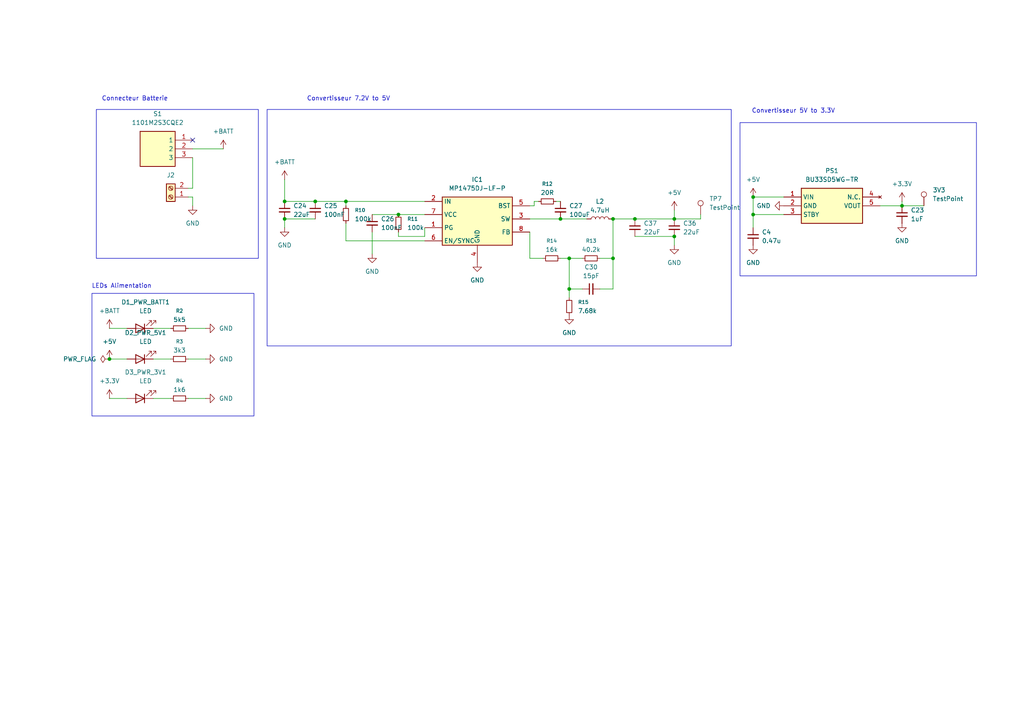
<source format=kicad_sch>
(kicad_sch (version 20250114) (generator "eeschema") (generator_version "9.0")
  (paper "A4")
  (lib_symbols
    (symbol "1101M2S3CQE2:1101M2S3CQE2"
      (property "Reference" "S" (at 16.51 7.62 0))
      (property "Value" "1101M2S3CQE2" (at 16.51 5.08 0))
      (symbol "1101M2S3CQE2_1_1"
        (rectangle (start 5.08 2.54) (end 15.24 -7.62) (stroke (width 0.254)) (fill (type background)))
        (pin passive line (at 0 0 0) (length 5.08) (name "3") (number "3"))
        (pin passive line (at 0 -2.54 0) (length 5.08) (name "2") (number "2"))
        (pin passive line (at 0 -5.08 0) (length 5.08) (name "1") (number "1"))
      )
    )
    (symbol "BU33SD5WG-TR:BU33SD5WG-TR"
      (property "Reference" "PS" (at 24.13 7.62 0))
      (property "Value" "BU33SD5WG-TR" (at 24.13 5.08 0))
      (symbol "BU33SD5WG-TR_1_1"
        (rectangle (start 5.08 2.54) (end 22.86 -7.62) (stroke (width 0.254)) (fill (type background)))
        (pin passive line (at 0 0 0) (length 5.08) (name "VIN") (number "1"))
        (pin passive line (at 0 -2.54 0) (length 5.08) (name "GND") (number "2"))
        (pin passive line (at 0 -5.08 0) (length 5.08) (name "STBY") (number "3"))
        (pin no_connect line (at 27.94 0 180) (length 5.08) (name "N.C.") (number "4"))
        (pin passive line (at 27.94 -2.54 180) (length 5.08) (name "VOUT") (number "5"))
      )
    )
    (symbol "Connector:Screw_Terminal_01x02" (pin_names (offset 1.016) (hide yes))
      (property "Reference" "J" (at 0 2.54 0))
      (property "Value" "Screw_Terminal_01x02" (at 0 -5.08 0))
      (symbol "Screw_Terminal_01x02_1_1"
        (rectangle (start -1.27 1.27) (end 1.27 -3.81) (stroke (width 0.254)) (fill (type background)))
        (polyline (pts (xy -0.5334 0.3302) (xy 0.3302 -0.508)) (stroke (width 0.1524)))
        (polyline (pts (xy -0.5334 -2.2098) (xy 0.3302 -3.048)) (stroke (width 0.1524)))
        (polyline (pts (xy -0.3556 0.508) (xy 0.508 -0.3302)) (stroke (width 0.1524)))
        (polyline (pts (xy -0.3556 -2.032) (xy 0.508 -2.8702)) (stroke (width 0.1524)))
        (circle (center 0 0) (radius 0.635) (stroke (width 0.1524)))
        (circle (center 0 -2.54) (radius 0.635) (stroke (width 0.1524)))
        (pin passive line (at -5.08 0 0) (length 3.81) (name "Pin_1") (number "1"))
        (pin passive line (at -5.08 -2.54 0) (length 3.81) (name "Pin_2") (number "2"))
      )
    )
    (symbol "Connector:TestPoint" (pin_numbers (hide yes)) (pin_names (offset 0.762) (hide yes))
      (property "Reference" "TP" (at 0 6.858 0))
      (property "Value" "TestPoint" (at 0 5.08 0))
      (symbol "TestPoint_0_1"
        (circle (center 0 3.302) (radius 0.762))
      )
      (symbol "TestPoint_1_1"
        (pin passive line (at 0 0 90) (length 2.54) (name "1") (number "1"))
      )
    )
    (symbol "Device:C_Small" (pin_numbers (hide yes)) (pin_names (offset 0.254) (hide yes))
      (property "Reference" "C" (at 0.254 1.778 0))
      (property "Value" "C_Small" (at 0.254 -2.032 0))
      (symbol "C_Small_0_1"
        (polyline (pts (xy -1.524 0.508) (xy 1.524 0.508)) (stroke (width 0.3048)))
        (polyline (pts (xy -1.524 -0.508) (xy 1.524 -0.508)) (stroke (width 0.3302)))
      )
      (symbol "C_Small_1_1"
        (pin passive line (at 0 2.54 270) (length 2.032) (name "~") (number "1"))
        (pin passive line (at 0 -2.54 90) (length 2.032) (name "~") (number "2"))
      )
    )
    (symbol "Device:L" (pin_numbers (hide yes)) (pin_names (offset 1.016) (hide yes))
      (property "Reference" "L" (at -1.27 0 90))
      (property "Value" "L" (at 1.905 0 90))
      (symbol "L_0_1"
        (arc (start 0 2.54) (mid 0.6323 1.905) (end 0 1.27))
        (arc (start 0 1.27) (mid 0.6323 0.635) (end 0 0))
        (arc (start 0 0) (mid 0.6323 -0.635) (end 0 -1.27))
        (arc (start 0 -1.27) (mid 0.6323 -1.905) (end 0 -2.54))
      )
      (symbol "L_1_1"
        (pin passive line (at 0 3.81 270) (length 1.27) (name "1") (number "1"))
        (pin passive line (at 0 -3.81 90) (length 1.27) (name "2") (number "2"))
      )
    )
    (symbol "Device:LED" (pin_numbers (hide yes)) (pin_names (offset 1.016) (hide yes))
      (property "Reference" "D" (at 0 2.54 0))
      (property "Value" "LED" (at 0 -2.54 0))
      (symbol "LED_0_1"
        (polyline (pts (xy -3.048 -0.762) (xy -4.572 -2.286) (xy -3.81 -2.286) (xy -4.572 -2.286) (xy -4.572 -1.524)))
        (polyline (pts (xy -1.778 -0.762) (xy -3.302 -2.286) (xy -2.54 -2.286) (xy -3.302 -2.286) (xy -3.302 -1.524)))
        (polyline (pts (xy -1.27 0) (xy 1.27 0)))
        (polyline (pts (xy -1.27 -1.27) (xy -1.27 1.27)) (stroke (width 0.254)))
        (polyline (pts (xy 1.27 -1.27) (xy 1.27 1.27) (xy -1.27 0) (xy 1.27 -1.27)) (stroke (width 0.254)))
      )
      (symbol "LED_1_1"
        (pin passive line (at -3.81 0 0) (length 2.54) (name "K") (number "1"))
        (pin passive line (at 3.81 0 180) (length 2.54) (name "A") (number "2"))
      )
    )
    (symbol "Device:R_Small" (pin_numbers (hide yes)) (pin_names (offset 0.254) (hide yes))
      (property "Reference" "R" (at 0 0 90))
      (property "Value" "R_Small" (at 1.778 0 90))
      (symbol "R_Small_0_1"
        (rectangle (start -0.762 1.778) (end 0.762 -1.778) (stroke (width 0.2032)))
      )
      (symbol "R_Small_1_1"
        (pin passive line (at 0 2.54 270) (length 0.762) (name "~") (number "1"))
        (pin passive line (at 0 -2.54 90) (length 0.762) (name "~") (number "2"))
      )
    )
    (symbol "MP1475DJ-LF-P:MP1475DJ-LF-P"
      (property "Reference" "IC" (at 26.67 7.62 0))
      (property "Value" "MP1475DJ-LF-P" (at 26.67 5.08 0))
      (symbol "MP1475DJ-LF-P_1_1"
        (rectangle (start 5.08 2.54) (end 25.4 -11.43) (stroke (width 0.254)) (fill (type background)))
        (pin passive line (at 0 1.27 0) (length 5.08) (name "IN") (number "2"))
        (pin passive line (at 0 -2.54 0) (length 5.08) (name "VCC") (number "7"))
        (pin passive line (at 0 -6.35 0) (length 5.08) (name "PG") (number "1"))
        (pin passive line (at 0 -10.16 0) (length 5.08) (name "EN/SYNC") (number "6"))
        (pin passive line (at 15.24 -16.51 90) (length 5.08) (name "GND") (number "4"))
        (pin passive line (at 30.48 0 180) (length 5.08) (name "BST") (number "5"))
        (pin passive line (at 30.48 -3.81 180) (length 5.08) (name "SW") (number "3"))
        (pin passive line (at 30.48 -7.62 180) (length 5.08) (name "FB") (number "8"))
      )
    )
    (symbol "power:+3.3V" (power) (pin_numbers (hide yes)) (pin_names (offset 0) (hide yes))
      (property "Value" "+3.3V" (at 0 3.556 0))
      (symbol "+3.3V_0_1"
        (polyline (pts (xy -0.762 1.27) (xy 0 2.54)))
        (polyline (pts (xy 0 2.54) (xy 0.762 1.27)))
        (polyline (pts (xy 0 0) (xy 0 2.54)))
      )
      (symbol "+3.3V_1_1"
        (pin power_in line (at 0 0 90) (length 0) (name "~") (number "1"))
      )
    )
    (symbol "power:+5V" (power) (pin_numbers (hide yes)) (pin_names (offset 0) (hide yes))
      (property "Value" "+5V" (at 0 3.556 0))
      (symbol "+5V_0_1"
        (polyline (pts (xy -0.762 1.27) (xy 0 2.54)))
        (polyline (pts (xy 0 2.54) (xy 0.762 1.27)))
        (polyline (pts (xy 0 0) (xy 0 2.54)))
      )
      (symbol "+5V_1_1"
        (pin power_in line (at 0 0 90) (length 0) (name "~") (number "1"))
      )
    )
    (symbol "power:+BATT" (power) (pin_numbers (hide yes)) (pin_names (offset 0) (hide yes))
      (property "Value" "+BATT" (at 0 3.556 0))
      (symbol "+BATT_0_1"
        (polyline (pts (xy -0.762 1.27) (xy 0 2.54)))
        (polyline (pts (xy 0 2.54) (xy 0.762 1.27)))
        (polyline (pts (xy 0 0) (xy 0 2.54)))
      )
      (symbol "+BATT_1_1"
        (pin power_in line (at 0 0 90) (length 0) (name "~") (number "1"))
      )
    )
    (symbol "power:GND" (power) (pin_numbers (hide yes)) (pin_names (offset 0) (hide yes))
      (property "Value" "GND" (at 0 -3.81 0))
      (symbol "GND_0_1"
        (polyline (pts (xy 0 0) (xy 0 -1.27) (xy 1.27 -1.27) (xy 0 -2.54) (xy -1.27 -1.27) (xy 0 -1.27)))
      )
      (symbol "GND_1_1"
        (pin power_in line (at 0 0 270) (length 0) (name "~") (number "1"))
      )
    )
    (symbol "power:PWR_FLAG" (power) (pin_numbers (hide yes)) (pin_names (offset 0) (hide yes))
      (property "Value" "PWR_FLAG" (at 0 3.81 0))
      (symbol "PWR_FLAG_0_0"
        (pin power_out line (at 0 0 90) (length 0) (name "~") (number "1"))
      )
      (symbol "PWR_FLAG_0_1"
        (polyline (pts (xy 0 0) (xy 0 1.27) (xy -1.016 1.905) (xy 0 2.54) (xy 1.016 1.905) (xy 0 1.27)))
      )
    )
  )
  (rectangle (start 27.94 31.75) (end 74.93 74.93))
  (rectangle (start 26.67 85.09) (end 73.66 120.65))
  (rectangle (start 77.47 31.75) (end 212.09 100.33))
  (rectangle (start 214.63 35.56) (end 283.21 80.01))
  (text "Convertisseur 7.2V to 5V" (at 101.092 28.702 0) (effects (font (size 1.27 1.27))))
  (text "Connecteur Batterie" (at 39.116 28.702 0) (effects (font (size 1.27 1.27))))
  (text "Convertisseur 5V to 3.3V" (at 230.124 32.258 0) (effects (font (size 1.27 1.27))))
  (text "LEDs Alimentation" (at 35.306 83.058 0) (effects (font (size 1.27 1.27))))
  (junction (at 218.44 62.23))
  (junction (at 195.58 68.58))
  (junction (at 195.58 63.5))
  (junction (at 162.56 63.5))
  (junction (at 218.44 57.15))
  (junction (at 31.75 104.14))
  (junction (at 100.33 58.42))
  (junction (at 177.8 74.93))
  (junction (at 165.1 74.93))
  (junction (at 177.8 63.5))
  (junction (at 82.55 58.42))
  (junction (at 165.1 83.82))
  (junction (at 91.44 58.42))
  (junction (at 184.15 63.5))
  (junction (at 115.57 62.23))
  (junction (at 261.62 59.69))
  (junction (at 82.55 63.5))
  (no_connect (at 55.88 40.64))
  (wire (pts (xy 173.99 74.93) (xy 177.8 74.93)))
  (wire (pts (xy 82.55 63.5) (xy 82.55 66.04)))
  (wire (pts (xy 168.91 74.93) (xy 165.1 74.93)))
  (wire (pts (xy 123.19 66.04) (xy 123.19 68.58)))
  (wire (pts (xy 195.58 68.58) (xy 195.58 71.12)))
  (wire (pts (xy 177.8 83.82) (xy 177.8 74.93)))
  (wire (pts (xy 218.44 62.23) (xy 227.33 62.23)))
  (wire (pts (xy 154.94 59.69) (xy 153.67 59.69)))
  (wire (pts (xy 162.56 74.93) (xy 165.1 74.93)))
  (wire (pts (xy 165.1 83.82) (xy 168.91 83.82)))
  (wire (pts (xy 218.44 66.04) (xy 218.44 62.23)))
  (wire (pts (xy 54.61 104.14) (xy 59.69 104.14)))
  (wire (pts (xy 31.75 95.25) (xy 36.83 95.25)))
  (wire (pts (xy 157.48 74.93) (xy 153.67 74.93)))
  (wire (pts (xy 165.1 74.93) (xy 165.1 83.82)))
  (wire (pts (xy 184.15 68.58) (xy 195.58 68.58)))
  (wire (pts (xy 54.61 54.61) (xy 55.88 54.61)))
  (wire (pts (xy 177.8 63.5) (xy 184.15 63.5)))
  (wire (pts (xy 154.94 58.42) (xy 156.21 58.42)))
  (wire (pts (xy 255.27 59.69) (xy 261.62 59.69)))
  (wire (pts (xy 44.45 95.25) (xy 49.53 95.25)))
  (wire (pts (xy 55.88 57.15) (xy 54.61 57.15)))
  (wire (pts (xy 82.55 58.42) (xy 91.44 58.42)))
  (wire (pts (xy 55.88 54.61) (xy 55.88 45.72)))
  (wire (pts (xy 100.33 58.42) (xy 91.44 58.42)))
  (wire (pts (xy 154.94 58.42) (xy 154.94 59.69)))
  (wire (pts (xy 107.95 67.31) (xy 107.95 73.66)))
  (wire (pts (xy 261.62 59.69) (xy 267.97 59.69)))
  (wire (pts (xy 31.75 104.14) (xy 36.83 104.14)))
  (wire (pts (xy 115.57 68.58) (xy 115.57 67.31)))
  (wire (pts (xy 55.88 59.69) (xy 55.88 57.15)))
  (wire (pts (xy 195.58 60.96) (xy 195.58 63.5)))
  (wire (pts (xy 203.2 62.23) (xy 203.2 63.5)))
  (wire (pts (xy 54.61 115.57) (xy 59.69 115.57)))
  (wire (pts (xy 115.57 62.23) (xy 123.19 62.23)))
  (wire (pts (xy 261.62 58.42) (xy 261.62 59.69)))
  (wire (pts (xy 100.33 58.42) (xy 100.33 59.69)))
  (wire (pts (xy 165.1 86.36) (xy 165.1 83.82)))
  (wire (pts (xy 153.67 63.5) (xy 162.56 63.5)))
  (wire (pts (xy 123.19 69.85) (xy 100.33 69.85)))
  (wire (pts (xy 54.61 95.25) (xy 59.69 95.25)))
  (wire (pts (xy 100.33 58.42) (xy 123.19 58.42)))
  (wire (pts (xy 123.19 68.58) (xy 115.57 68.58)))
  (wire (pts (xy 107.95 62.23) (xy 115.57 62.23)))
  (wire (pts (xy 218.44 62.23) (xy 218.44 57.15)))
  (wire (pts (xy 153.67 74.93) (xy 153.67 67.31)))
  (wire (pts (xy 195.58 63.5) (xy 203.2 63.5)))
  (wire (pts (xy 31.75 115.57) (xy 36.83 115.57)))
  (wire (pts (xy 55.88 43.18) (xy 64.77 43.18)))
  (wire (pts (xy 44.45 115.57) (xy 49.53 115.57)))
  (wire (pts (xy 218.44 57.15) (xy 227.33 57.15)))
  (wire (pts (xy 44.45 104.14) (xy 49.53 104.14)))
  (wire (pts (xy 82.55 63.5) (xy 91.44 63.5)))
  (wire (pts (xy 162.56 63.5) (xy 170.18 63.5)))
  (wire (pts (xy 184.15 63.5) (xy 195.58 63.5)))
  (wire (pts (xy 173.99 83.82) (xy 177.8 83.82)))
  (wire (pts (xy 177.8 63.5) (xy 177.8 74.93)))
  (wire (pts (xy 82.55 52.07) (xy 82.55 58.42)))
  (wire (pts (xy 161.29 58.42) (xy 162.56 58.42)))
  (wire (pts (xy 100.33 69.85) (xy 100.33 64.77)))
  (symbol (lib_id "Device:LED") (at 40.64 115.57 180) (unit 1)
    (property "Reference" "D3_PWR_3V1" (at 42.2275 107.95 0))
    (property "Value" "LED" (at 42.2275 110.49 0))
    (property "Footprint" "LED_SMD:LED_0603_1608Metric" (effects (hide yes)))
    (property "Description" "Light emitting diode" (effects (hide yes)))
    (property "Sim.Pins" "1=K 2=A" (effects (hide yes)))
    (property "MPN" "  150060RS55040" (effects (hide yes)))
  )
  (symbol (lib_id "Device:C_Small") (at 218.44 68.58 0) (unit 1)
    (property "Reference" "C4" (at 220.98 67.3162 0) (effects (justify left)))
    (property "Value" "0.47u" (at 220.98 69.8562 0) (effects (justify left)))
    (property "Footprint" "Capacitor_SMD:C_0402_1005Metric" (effects (hide yes)))
    (property "Description" "Unpolarized capacitor, small symbol" (effects (hide yes)))
  )
  (symbol (lib_id "Device:R_Small") (at 115.57 64.77 0) (unit 1)
    (property "Reference" "R11" (at 118.11 63.4999 0) (effects (font (size 1.016 1.016)) (justify left)))
    (property "Value" "100k" (at 118.11 66.0399 0) (effects (justify left)))
    (property "Footprint" "Resistor_SMD:R_0402_1005Metric" (effects (hide yes)))
    (property "Description" "Resistor, small symbol" (effects (hide yes)))
  )
  (symbol (lib_id "power:GND") (at 107.95 73.66 0) (unit 1)
    (property "Reference" "#PWR054" (effects (hide yes)))
    (property "Value" "GND" (at 107.95 78.74 0))
    (property "Description" "Power symbol creates a global label with name \"GND\" , ground" (effects (hide yes)))
  )
  (symbol (lib_id "Device:C_Small") (at 184.15 66.04 0) (unit 1)
    (property "Reference" "C37" (at 186.69 64.7762 0) (effects (justify left)))
    (property "Value" "22uF" (at 186.69 67.3162 0) (effects (justify left)))
    (property "Footprint" "Capacitor_SMD:C_0805_2012Metric" (effects (hide yes)))
    (property "Description" "Unpolarized capacitor, small symbol" (effects (hide yes)))
  )
  (symbol (lib_id "Device:C_Small") (at 91.44 60.96 0) (unit 1)
    (property "Reference" "C25" (at 93.98 59.6962 0) (effects (justify left)))
    (property "Value" "100nF" (at 93.98 62.2362 0) (effects (justify left)))
    (property "Footprint" "Capacitor_SMD:C_0402_1005Metric" (effects (hide yes)))
    (property "Description" "Unpolarized capacitor, small symbol" (effects (hide yes)))
  )
  (symbol (lib_id "Device:R_Small") (at 52.07 95.25 90) (unit 1)
    (property "Reference" "R2" (at 52.07 90.17 90) (effects (font (size 1.016 1.016))))
    (property "Value" "5k5" (at 52.07 92.71 90))
    (property "Footprint" "Resistor_SMD:R_0402_1005Metric" (effects (hide yes)))
    (property "Description" "Resistor, small symbol" (effects (hide yes)))
  )
  (symbol (lib_id "Device:R_Small") (at 171.45 74.93 90) (unit 1)
    (property "Reference" "R13" (at 171.45 69.85 90) (effects (font (size 1.016 1.016))))
    (property "Value" "40.2k" (at 171.45 72.39 90))
    (property "Footprint" "Resistor_SMD:R_0402_1005Metric" (effects (hide yes)))
    (property "Description" "Resistor, small symbol" (effects (hide yes)))
  )
  (symbol (lib_id "Connector:TestPoint") (at 267.97 59.69 0) (unit 1)
    (property "Reference" "3V3" (at 270.51 55.1179 0) (effects (justify left)))
    (property "Value" "TestPoint" (at 270.51 57.6579 0) (effects (justify left)))
    (property "Footprint" "TestPoint:TestPoint_Pad_D1.0mm" (effects (hide yes)))
    (property "Description" "test point" (effects (hide yes)))
  )
  (symbol (lib_id "MP1475DJ-LF-P:MP1475DJ-LF-P") (at 123.19 59.69 0) (unit 1)
    (property "Reference" "IC1" (at 138.43 52.07 0))
    (property "Value" "MP1475DJ-LF-P" (at 138.43 54.61 0))
    (property "Footprint" "Package_TO_SOT_SMD:TSOT-23-8" (effects (hide yes)))
    (property "Datasheet" "https://www.monolithicpower.com/en/documentview/productdocument/index/version/2/document_type/Datasheet/lang/en/sku/MP1475/document_id/342" (effects (hide yes)))
    (property "Height" "1" (effects (hide yes)))
    (property "Manufacturer_Name" "Monolithic Power Systems (MPS)" (effects (hide yes)))
    (property "Manufacturer_Part_Number" "MP1475DJ-LF-P" (effects (hide yes)))
  )
  (symbol (lib_id "Connector:Screw_Terminal_01x02") (at 49.53 57.15 180) (unit 1)
    (property "Reference" "J2" (at 49.53 50.8 0))
    (property "Value" "Screw_Terminal_01x02" (effects (hide yes)))
    (property "Footprint" "Connector_JST:JST_XH_S2B-XH-A_1x02_P2.50mm_Horizontal" (effects (hide yes)))
    (property "Description" "Generic screw terminal, single row, 01x02, script generated (kicad-library-utils/schlib/autogen/connector/)" (effects (hide yes)))
  )
  (symbol (lib_id "BU33SD5WG-TR:BU33SD5WG-TR") (at 227.33 57.15 0) (unit 1)
    (property "Reference" "PS1" (at 241.3 49.53 0))
    (property "Value" "BU33SD5WG-TR" (at 241.3 52.07 0))
    (property "Footprint" "Package_TO_SOT_SMD:TSOT-23-5" (effects (hide yes)))
    (property "Datasheet" "https://componentsearchengine.com/Datasheets/1/BU33SD5WG-TR.pdf" (effects (hide yes)))
    (property "Height" "1.25" (effects (hide yes)))
    (property "Manufacturer_Name" "ROHM Semiconductor" (effects (hide yes)))
    (property "Manufacturer_Part_Number" "BU33SD5WG-TR" (effects (hide yes)))
  )
  (symbol (lib_id "Device:LED") (at 40.64 104.14 180) (unit 1)
    (property "Reference" "D2_PWR_5V1" (at 42.2275 96.52 0))
    (property "Value" "LED" (at 42.2275 99.06 0))
    (property "Footprint" "LED_SMD:LED_0603_1608Metric" (effects (hide yes)))
    (property "Description" "Light emitting diode" (effects (hide yes)))
    (property "Sim.Pins" "1=K 2=A" (effects (hide yes)))
    (property "MPN" "150060BS55040" (effects (hide yes)))
  )
  (symbol (lib_id "power:GND") (at 165.1 91.44 0) (unit 1)
    (property "Reference" "#PWR058" (effects (hide yes)))
    (property "Value" "GND" (at 165.1 96.52 0))
    (property "Description" "Power symbol creates a global label with name \"GND\" , ground" (effects (hide yes)))
  )
  (symbol (lib_id "Connector:TestPoint") (at 203.2 62.23 0) (unit 1)
    (property "Reference" "TP7" (at 205.74 57.6579 0) (effects (justify left)))
    (property "Value" "TestPoint" (at 205.74 60.1979 0) (effects (justify left)))
    (property "Footprint" "TestPoint:TestPoint_Pad_D1.0mm" (effects (hide yes)))
    (property "Description" "test point" (effects (hide yes)))
  )
  (symbol (lib_id "Device:C_Small") (at 82.55 60.96 0) (unit 1)
    (property "Reference" "C24" (at 85.09 59.6962 0) (effects (justify left)))
    (property "Value" "22uF" (at 85.09 62.2362 0) (effects (justify left)))
    (property "Footprint" "Capacitor_SMD:C_0805_2012Metric" (effects (hide yes)))
    (property "Description" "Unpolarized capacitor, small symbol" (effects (hide yes)))
  )
  (symbol (lib_id "power:GND") (at 227.33 59.69 270) (unit 1)
    (property "Reference" "#PWR051" (effects (hide yes)))
    (property "Value" "GND" (at 223.52 59.6899 90) (effects (justify right)))
    (property "Description" "Power symbol creates a global label with name \"GND\" , ground" (effects (hide yes)))
  )
  (symbol (lib_id "Device:R_Small") (at 100.33 62.23 0) (unit 1)
    (property "Reference" "R10" (at 102.87 60.9599 0) (effects (font (size 1.016 1.016)) (justify left)))
    (property "Value" "100k" (at 102.87 63.4999 0) (effects (justify left)))
    (property "Footprint" "Resistor_SMD:R_0402_1005Metric" (effects (hide yes)))
    (property "Description" "Resistor, small symbol" (effects (hide yes)))
  )
  (symbol (lib_id "power:GND") (at 138.43 76.2 0) (unit 1)
    (property "Reference" "#PWR060" (effects (hide yes)))
    (property "Value" "GND" (at 138.43 81.28 0))
    (property "Description" "Power symbol creates a global label with name \"GND\" , ground" (effects (hide yes)))
  )
  (symbol (lib_id "power:GND") (at 59.69 104.14 90) (unit 1)
    (property "Reference" "#PWR030" (effects (hide yes)))
    (property "Value" "GND" (at 63.5 104.1399 90) (effects (justify right)))
    (property "Description" "Power symbol creates a global label with name \"GND\" , ground" (effects (hide yes)))
  )
  (symbol (lib_id "Device:C_Small") (at 195.58 66.04 0) (unit 1)
    (property "Reference" "C36" (at 198.12 64.7762 0) (effects (justify left)))
    (property "Value" "22uF" (at 198.12 67.3162 0) (effects (justify left)))
    (property "Footprint" "Capacitor_SMD:C_0805_2012Metric" (effects (hide yes)))
    (property "Description" "Unpolarized capacitor, small symbol" (effects (hide yes)))
  )
  (symbol (lib_id "power:GND") (at 218.44 71.12 0) (unit 1)
    (property "Reference" "#PWR069" (effects (hide yes)))
    (property "Value" "GND" (at 218.44 76.2 0))
    (property "Description" "Power symbol creates a global label with name \"GND\" , ground" (effects (hide yes)))
  )
  (symbol (lib_id "power:+BATT") (at 82.55 52.07 0) (unit 1)
    (property "Reference" "#PWR052" (effects (hide yes)))
    (property "Value" "+BATT" (at 82.55 46.99 0))
    (property "Description" "Power symbol creates a global label with name \"+BATT\"" (effects (hide yes)))
  )
  (symbol (lib_id "Device:C_Small") (at 162.56 60.96 0) (unit 1)
    (property "Reference" "C27" (at 165.1 59.6962 0) (effects (justify left)))
    (property "Value" "100uF" (at 165.1 62.2362 0) (effects (justify left)))
    (property "Footprint" "Capacitor_SMD:C_0402_1005Metric" (effects (hide yes)))
    (property "Description" "Unpolarized capacitor, small symbol" (effects (hide yes)))
  )
  (symbol (lib_id "Device:R_Small") (at 158.75 58.42 90) (unit 1)
    (property "Reference" "R12" (at 158.75 53.34 90) (effects (font (size 1.016 1.016))))
    (property "Value" "20R" (at 158.75 55.88 90))
    (property "Footprint" "Resistor_SMD:R_0402_1005Metric" (effects (hide yes)))
    (property "Description" "Resistor, small symbol" (effects (hide yes)))
  )
  (symbol (lib_id "power:GND") (at 59.69 115.57 90) (unit 1)
    (property "Reference" "#PWR031" (effects (hide yes)))
    (property "Value" "GND" (at 63.5 115.5699 90) (effects (justify right)))
    (property "Description" "Power symbol creates a global label with name \"GND\" , ground" (effects (hide yes)))
  )
  (symbol (lib_id "Device:R_Small") (at 165.1 88.9 180) (unit 1)
    (property "Reference" "R15" (at 167.64 87.6299 0) (effects (font (size 1.016 1.016)) (justify right)))
    (property "Value" "7.68k" (at 167.64 90.1699 0) (effects (justify right)))
    (property "Footprint" "Resistor_SMD:R_0402_1005Metric" (effects (hide yes)))
    (property "Description" "Resistor, small symbol" (effects (hide yes)))
  )
  (symbol (lib_id "Device:R_Small") (at 52.07 115.57 90) (unit 1)
    (property "Reference" "R4" (at 52.07 110.49 90) (effects (font (size 1.016 1.016))))
    (property "Value" "1k6" (at 52.07 113.03 90))
    (property "Footprint" "Resistor_SMD:R_0402_1005Metric" (effects (hide yes)))
    (property "Description" "Resistor, small symbol" (effects (hide yes)))
  )
  (symbol (lib_id "power:+5V") (at 195.58 60.96 0) (unit 1)
    (property "Reference" "#PWR056" (effects (hide yes)))
    (property "Value" "+5V" (at 195.58 55.88 0))
    (property "Description" "Power symbol creates a global label with name \"+5V\"" (effects (hide yes)))
  )
  (symbol (lib_id "power:GND") (at 82.55 66.04 0) (unit 1)
    (property "Reference" "#PWR053" (effects (hide yes)))
    (property "Value" "GND" (at 82.55 71.12 0))
    (property "Description" "Power symbol creates a global label with name \"GND\" , ground" (effects (hide yes)))
  )
  (symbol (lib_id "Device:C_Small") (at 261.62 62.23 0) (unit 1)
    (property "Reference" "C23" (at 264.16 60.9662 0) (effects (justify left)))
    (property "Value" "1uF" (at 264.16 63.5062 0) (effects (justify left)))
    (property "Footprint" "Capacitor_SMD:C_0402_1005Metric" (effects (hide yes)))
    (property "Description" "Unpolarized capacitor, small symbol" (effects (hide yes)))
  )
  (symbol (lib_id "power:+3.3V") (at 261.62 58.42 0) (unit 1)
    (property "Reference" "#PWR048" (effects (hide yes)))
    (property "Value" "+3.3V" (at 261.62 53.34 0))
    (property "Description" "Power symbol creates a global label with name \"+3.3V\"" (effects (hide yes)))
  )
  (symbol (lib_id "1101M2S3CQE2:1101M2S3CQE2") (at 55.88 45.72 180) (unit 1)
    (property "Reference" "S1" (at 45.72 33.02 0))
    (property "Value" "1101M2S3CQE2" (at 45.72 35.56 0))
    (property "Footprint" "swithes:sw wurth" (effects (hide yes)))
    (property "Datasheet" "https://www.ckswitches.com/media/1429/1000.pdf" (effects (hide yes)))
    (property "Description" "1101M2S3CQE2 (Slide Switches)" (effects (hide yes)))
    (property "Mouser Part Number" "611-1101M2S3CQE2" (effects (hide yes)))
    (property "Mouser Price/Stock" "https://www.mouser.co.uk/ProductDetail/CK/1101M2S3CQE2?qs=C4UUOezh8MStnZqkTHGAfQ%3D%3D" (effects (hide yes)))
    (property "Manufacturer_Name" "C & K COMPONENTS" (effects (hide yes)))
    (property "Manufacturer_Part_Number" "1101M2S3CQE2" (effects (hide yes)))
  )
  (symbol (lib_id "power:+BATT") (at 31.75 95.25 0) (unit 1)
    (property "Reference" "#PWR026" (effects (hide yes)))
    (property "Value" "+BATT" (at 31.75 90.17 0))
    (property "Description" "Power symbol creates a global label with name \"+BATT\"" (effects (hide yes)))
  )
  (symbol (lib_id "power:+BATT") (at 64.77 43.18 0) (unit 1)
    (property "Reference" "#PWR014" (effects (hide yes)))
    (property "Value" "+BATT" (at 64.77 38.1 0))
    (property "Description" "Power symbol creates a global label with name \"+BATT\"" (effects (hide yes)))
  )
  (symbol (lib_id "Device:L") (at 173.99 63.5 90) (unit 1)
    (property "Reference" "L2" (at 173.99 58.42 90))
    (property "Value" "4.7uH" (at 173.99 60.96 90))
    (property "Footprint" "Inductor_SMD:L_Wuerth_HCI-5040" (effects (hide yes)))
    (property "Description" "Inductor" (effects (hide yes)))
  )
  (symbol (lib_id "power:GND") (at 195.58 71.12 0) (unit 1)
    (property "Reference" "#PWR057" (effects (hide yes)))
    (property "Value" "GND" (at 195.58 76.2 0))
    (property "Description" "Power symbol creates a global label with name \"GND\" , ground" (effects (hide yes)))
  )
  (symbol (lib_id "power:GND") (at 59.69 95.25 90) (unit 1)
    (property "Reference" "#PWR029" (effects (hide yes)))
    (property "Value" "GND" (at 63.5 95.2499 90) (effects (justify right)))
    (property "Description" "Power symbol creates a global label with name \"GND\" , ground" (effects (hide yes)))
  )
  (symbol (lib_id "power:+5V") (at 218.44 57.15 0) (unit 1)
    (property "Reference" "#PWR050" (effects (hide yes)))
    (property "Value" "+5V" (at 218.44 52.07 0))
    (property "Description" "Power symbol creates a global label with name \"+5V\"" (effects (hide yes)))
  )
  (symbol (lib_id "power:GND") (at 55.88 59.69 0) (unit 1)
    (property "Reference" "#PWR015" (effects (hide yes)))
    (property "Value" "GND" (at 55.88 64.77 0))
    (property "Description" "Power symbol creates a global label with name \"GND\" , ground" (effects (hide yes)))
  )
  (symbol (lib_id "power:+3.3V") (at 31.75 115.57 0) (unit 1)
    (property "Reference" "#PWR027" (effects (hide yes)))
    (property "Value" "+3.3V" (at 31.75 110.49 0))
    (property "Description" "Power symbol creates a global label with name \"+3.3V\"" (effects (hide yes)))
  )
  (symbol (lib_id "Device:LED") (at 40.64 95.25 180) (unit 1)
    (property "Reference" "D1_PWR_BATT1" (at 42.2275 87.63 0))
    (property "Value" "LED" (at 42.2275 90.17 0))
    (property "Footprint" "LED_SMD:LED_0603_1608Metric" (effects (hide yes)))
    (property "Description" "Light emitting diode" (effects (hide yes)))
    (property "Sim.Pins" "1=K 2=A" (effects (hide yes)))
    (property "MPN" "150060GS55040" (effects (hide yes)))
  )
  (symbol (lib_id "power:GND") (at 261.62 64.77 0) (unit 1)
    (property "Reference" "#PWR049" (effects (hide yes)))
    (property "Value" "GND" (at 261.62 69.85 0))
    (property "Description" "Power symbol creates a global label with name \"GND\" , ground" (effects (hide yes)))
  )
  (symbol (lib_id "Device:R_Small") (at 160.02 74.93 90) (unit 1)
    (property "Reference" "R14" (at 160.02 69.85 90) (effects (font (size 1.016 1.016))))
    (property "Value" "16k" (at 160.02 72.39 90))
    (property "Footprint" "Resistor_SMD:R_0402_1005Metric" (effects (hide yes)))
    (property "Description" "Resistor, small symbol" (effects (hide yes)))
  )
  (symbol (lib_id "Device:R_Small") (at 52.07 104.14 90) (unit 1)
    (property "Reference" "R3" (at 52.07 99.06 90) (effects (font (size 1.016 1.016))))
    (property "Value" "3k3" (at 52.07 101.6 90))
    (property "Footprint" "Resistor_SMD:R_0402_1005Metric" (effects (hide yes)))
    (property "Description" "Resistor, small symbol" (effects (hide yes)))
  )
  (symbol (lib_id "Device:C_Small") (at 171.45 83.82 90) (unit 1)
    (property "Reference" "C30" (at 171.4563 77.47 90))
    (property "Value" "15pF" (at 171.4563 80.01 90))
    (property "Footprint" "Capacitor_SMD:C_0402_1005Metric" (effects (hide yes)))
    (property "Description" "Unpolarized capacitor, small symbol" (effects (hide yes)))
  )
  (symbol (lib_id "power:PWR_FLAG") (at 31.75 104.14 90) (unit 1)
    (property "Reference" "#FLG04" (effects (hide yes)))
    (property "Value" "PWR_FLAG" (at 27.94 104.1399 90) (effects (justify left)))
    (property "Description" "Special symbol for telling ERC where power comes from" (effects (hide yes)))
  )
  (symbol (lib_id "power:+5V") (at 31.75 104.14 0) (unit 1)
    (property "Reference" "#PWR028" (effects (hide yes)))
    (property "Value" "+5V" (at 31.75 99.06 0))
    (property "Description" "Power symbol creates a global label with name \"+5V\"" (effects (hide yes)))
  )
  (symbol (lib_id "Device:C_Small") (at 107.95 64.77 0) (unit 1)
    (property "Reference" "C26" (at 110.49 63.5062 0) (effects (justify left)))
    (property "Value" "100nF" (at 110.49 66.0462 0) (effects (justify left)))
    (property "Footprint" "Capacitor_SMD:C_0402_1005Metric" (effects (hide yes)))
    (property "Description" "Unpolarized capacitor, small symbol" (effects (hide yes)))
  )
)
</source>
